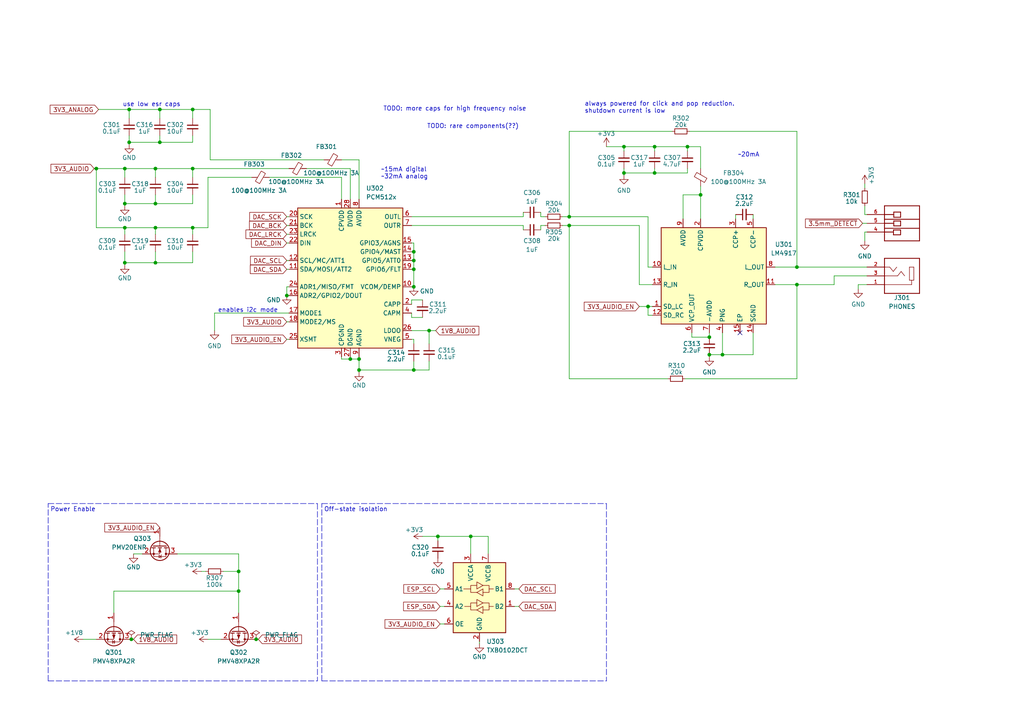
<source format=kicad_sch>
(kicad_sch (version 20211123) (generator eeschema)
  (paper "A4")
  (title_block (date "2022-09-04") (rev "1"))
  (lib_symbols
    (symbol "Audio:PCM5121PW"
      (property "Reference" "U" (at -13.97 21.59 0))
      (property "Value" "PCM5121PW" (at 10.16 21.59 0))
      (symbol "PCM5121PW_0_1"
        (rectangle (start -15.24 20.32) (end 15.24 -20.32) (stroke (width 0.254)) (fill (type background)))
      )
      (symbol "PCM5121PW_1_1"
        (pin power_in line (at -2.54 22.86 270) (length 2.54) (name "CPVDD") (number "1"))
        (pin bidirectional line (at 17.78 -2.54 180) (length 2.54) (name "VCOM/DEMP") (number "10"))
        (pin bidirectional line (at -17.78 2.54 0) (length 2.54) (name "SDA/MOSI/ATT2") (number "11"))
        (pin input line (at -17.78 5.08 0) (length 2.54) (name "SCL/MC/ATT1") (number "12"))
        (pin bidirectional line (at 17.78 5.08 180) (length 2.54) (name "GPIO5/ATT0") (number "13"))
        (pin bidirectional line (at 17.78 7.62 180) (length 2.54) (name "GPIO4/MAST") (number "14"))
        (pin bidirectional line (at 17.78 10.16 180) (length 2.54) (name "GPIO3/AGNS") (number "15"))
        (pin bidirectional line (at -17.78 -5.08 0) (length 2.54) (name "ADR2/GPIO2/DOUT") (number "16"))
        (pin input line (at -17.78 -10.16 0) (length 2.54) (name "MODE1") (number "17"))
        (pin input line (at -17.78 -12.7 0) (length 2.54) (name "MODE2/MS") (number "18"))
        (pin bidirectional line (at 17.78 2.54 180) (length 2.54) (name "GPIO6/FLT") (number "19"))
        (pin passive line (at 17.78 -7.62 180) (length 2.54) (name "CAPP") (number "2"))
        (pin input line (at -17.78 17.78 0) (length 2.54) (name "SCK") (number "20"))
        (pin bidirectional line (at -17.78 15.24 0) (length 2.54) (name "BCK") (number "21"))
        (pin input line (at -17.78 10.16 0) (length 2.54) (name "DIN") (number "22"))
        (pin bidirectional line (at -17.78 12.7 0) (length 2.54) (name "LRCK") (number "23"))
        (pin bidirectional line (at -17.78 -2.54 0) (length 2.54) (name "ADR1/MISO/FMT") (number "24"))
        (pin input line (at -17.78 -17.78 0) (length 2.54) (name "XSMT") (number "25"))
        (pin passive line (at 17.78 -15.24 180) (length 2.54) (name "LDOO") (number "26"))
        (pin power_in line (at 0 -22.86 90) (length 2.54) (name "DGND") (number "27"))
        (pin power_in line (at 0 22.86 270) (length 2.54) (name "DVDD") (number "28"))
        (pin power_in line (at -2.54 -22.86 90) (length 2.54) (name "CPGND") (number "3"))
        (pin passive line (at 17.78 -10.16 180) (length 2.54) (name "CAPM") (number "4"))
        (pin passive line (at 17.78 -17.78 180) (length 2.54) (name "VNEG") (number "5"))
        (pin output line (at 17.78 17.78 180) (length 2.54) (name "OUTL") (number "6"))
        (pin output line (at 17.78 15.24 180) (length 2.54) (name "OUTR") (number "7"))
        (pin power_in line (at 2.54 22.86 270) (length 2.54) (name "AVDD") (number "8"))
        (pin power_in line (at 2.54 -22.86 90) (length 2.54) (name "AGND") (number "9"))
      )
    )
    (symbol "Device:C_Small" (pin_numbers hide) (pin_names (offset 0.254) hide)
      (property "Reference" "C" (at 0.254 1.778 0))
      (property "Value" "C_Small" (at 0.254 -2.032 0))
      (symbol "C_Small_0_1"
        (polyline (pts (xy -1.524 -0.508) (xy 1.524 -0.508)) (stroke (width 0.3302)))
        (polyline (pts (xy -1.524 0.508) (xy 1.524 0.508)) (stroke (width 0.3048)))
      )
      (symbol "C_Small_1_1"
        (pin passive line (at 0 2.54 270) (length 2.032) (name "~") (number "1"))
        (pin passive line (at 0 -2.54 90) (length 2.032) (name "~") (number "2"))
      )
    )
    (symbol "Device:Ferrite_Bead_Small" (pin_numbers hide) (pin_names (offset 0))
      (property "Reference" "FB" (at 1.905 1.27 0))
      (property "Value" "Device_Ferrite_Bead_Small" (at 1.905 -1.27 0))
      (symbol "Ferrite_Bead_Small_0_1"
        (polyline (pts (xy 0 -1.27) (xy 0 -0.7874)))
        (polyline (pts (xy 0 0.889) (xy 0 1.2954)))
        (polyline (pts (xy -1.8288 0.2794) (xy -1.1176 1.4986) (xy 1.8288 -0.2032) (xy 1.1176 -1.4224) (xy -1.8288 0.2794)))
      )
      (symbol "Ferrite_Bead_Small_1_1"
        (pin passive line (at 0 2.54 270) (length 1.27) (name "~") (number "1"))
        (pin passive line (at 0 -2.54 90) (length 1.27) (name "~") (number "2"))
      )
    )
    (symbol "Device:Q_NMOS_GSD" (pin_names (offset 0) hide)
      (property "Reference" "Q" (at 5.08 1.27 0))
      (property "Value" "Q_NMOS_GSD" (at 5.08 -1.27 0))
      (symbol "Q_NMOS_GSD_0_1"
        (polyline (pts (xy 0.254 0) (xy -2.54 0)))
        (polyline (pts (xy 0.254 1.905) (xy 0.254 -1.905)) (stroke (width 0.254)))
        (polyline (pts (xy 0.762 -1.27) (xy 0.762 -2.286)) (stroke (width 0.254)))
        (polyline (pts (xy 0.762 0.508) (xy 0.762 -0.508)) (stroke (width 0.254)))
        (polyline (pts (xy 0.762 2.286) (xy 0.762 1.27)) (stroke (width 0.254)))
        (polyline (pts (xy 2.54 2.54) (xy 2.54 1.778)))
        (polyline (pts (xy 2.54 -2.54) (xy 2.54 0) (xy 0.762 0)))
        (polyline (pts (xy 0.762 -1.778) (xy 3.302 -1.778) (xy 3.302 1.778) (xy 0.762 1.778)))
        (polyline (pts (xy 1.016 0) (xy 2.032 0.381) (xy 2.032 -0.381) (xy 1.016 0)) (fill (type outline)))
        (polyline (pts (xy 2.794 0.508) (xy 2.921 0.381) (xy 3.683 0.381) (xy 3.81 0.254)))
        (polyline (pts (xy 3.302 0.381) (xy 2.921 -0.254) (xy 3.683 -0.254) (xy 3.302 0.381)))
        (circle (center 1.651 0) (radius 2.794) (stroke (width 0.254)))
        (circle (center 2.54 -1.778) (radius 0.254) (fill (type outline)))
        (circle (center 2.54 1.778) (radius 0.254) (fill (type outline)))
      )
      (symbol "Q_NMOS_GSD_1_1"
        (pin input line (at -5.08 0 0) (length 2.54) (name "G") (number "1"))
        (pin passive line (at 2.54 -5.08 90) (length 2.54) (name "S") (number "2"))
        (pin passive line (at 2.54 5.08 270) (length 2.54) (name "D") (number "3"))
      )
    )
    (symbol "Device:Q_PMOS_GSD" (pin_names (offset 0) hide)
      (property "Reference" "Q" (at 5.08 1.27 0))
      (property "Value" "Q_PMOS_GSD" (at 5.08 -1.27 0))
      (symbol "Q_PMOS_GSD_0_1"
        (polyline (pts (xy 0.254 0) (xy -2.54 0)))
        (polyline (pts (xy 0.254 1.905) (xy 0.254 -1.905)) (stroke (width 0.254)))
        (polyline (pts (xy 0.762 -1.27) (xy 0.762 -2.286)) (stroke (width 0.254)))
        (polyline (pts (xy 0.762 0.508) (xy 0.762 -0.508)) (stroke (width 0.254)))
        (polyline (pts (xy 0.762 2.286) (xy 0.762 1.27)) (stroke (width 0.254)))
        (polyline (pts (xy 2.54 2.54) (xy 2.54 1.778)))
        (polyline (pts (xy 2.54 -2.54) (xy 2.54 0) (xy 0.762 0)))
        (polyline (pts (xy 0.762 1.778) (xy 3.302 1.778) (xy 3.302 -1.778) (xy 0.762 -1.778)))
        (polyline (pts (xy 2.286 0) (xy 1.27 0.381) (xy 1.27 -0.381) (xy 2.286 0)) (fill (type outline)))
        (polyline (pts (xy 2.794 -0.508) (xy 2.921 -0.381) (xy 3.683 -0.381) (xy 3.81 -0.254)))
        (polyline (pts (xy 3.302 -0.381) (xy 2.921 0.254) (xy 3.683 0.254) (xy 3.302 -0.381)))
        (circle (center 1.651 0) (radius 2.794) (stroke (width 0.254)))
        (circle (center 2.54 -1.778) (radius 0.254) (fill (type outline)))
        (circle (center 2.54 1.778) (radius 0.254) (fill (type outline)))
      )
      (symbol "Q_PMOS_GSD_1_1"
        (pin input line (at -5.08 0 0) (length 2.54) (name "G") (number "1"))
        (pin passive line (at 2.54 -5.08 90) (length 2.54) (name "S") (number "2"))
        (pin passive line (at 2.54 5.08 270) (length 2.54) (name "D") (number "3"))
      )
    )
    (symbol "Device:R_Small" (pin_numbers hide) (pin_names (offset 0.254) hide)
      (property "Reference" "R" (at 0.762 0.508 0))
      (property "Value" "R_Small" (at 0.762 -1.016 0))
      (symbol "R_Small_0_1"
        (rectangle (start -0.762 1.778) (end 0.762 -1.778) (stroke (width 0.2032)))
      )
      (symbol "R_Small_1_1"
        (pin passive line (at 0 2.54 270) (length 0.762) (name "~") (number "1"))
        (pin passive line (at 0 -2.54 90) (length 0.762) (name "~") (number "2"))
      )
    )
    (symbol "Logic_LevelTranslator:TXB0102DCT"
      (property "Reference" "U" (at -6.35 11.43 0))
      (property "Value" "TXB0102DCT" (at 3.81 11.43 0))
      (symbol "TXB0102DCT_0_1"
        (rectangle (start -7.62 10.16) (end 7.62 -10.16) (stroke (width 0.254)) (fill (type background)))
        (polyline (pts (xy -2.54 -2.54) (xy -2.54 -1.524) (xy -0.762 -1.524)))
        (polyline (pts (xy -2.54 2.54) (xy -2.54 3.556) (xy -0.762 3.556)))
        (polyline (pts (xy 2.794 -2.54) (xy 2.794 -3.556) (xy 1.016 -3.556)))
        (polyline (pts (xy 2.794 2.54) (xy 2.794 1.524) (xy 1.016 1.524)))
        (polyline (pts (xy -0.762 -3.556) (xy -2.54 -3.556) (xy -2.54 -2.54) (xy -4.318 -2.54)))
        (polyline (pts (xy -0.762 -2.54) (xy -0.762 -0.508) (xy 1.016 -1.524) (xy -0.762 -2.54)) (fill (type background)))
        (polyline (pts (xy -0.762 1.524) (xy -2.54 1.524) (xy -2.54 2.54) (xy -4.572 2.54)))
        (polyline (pts (xy -0.762 2.54) (xy -0.762 4.572) (xy 1.016 3.556) (xy -0.762 2.54)))
        (polyline (pts (xy 1.016 -2.54) (xy 1.016 -4.572) (xy -0.762 -3.556) (xy 1.016 -2.54)))
        (polyline (pts (xy 1.016 -1.524) (xy 2.794 -1.524) (xy 2.794 -2.54) (xy 4.064 -2.54)))
        (polyline (pts (xy 1.016 3.556) (xy 2.794 3.556) (xy 2.794 2.54) (xy 4.064 2.54)))
        (polyline (pts (xy 1.016 2.54) (xy 1.016 0.762) (xy 1.016 0.508) (xy -0.762 1.524) (xy 1.016 2.54)))
      )
      (symbol "TXB0102DCT_1_1"
        (pin bidirectional line (at 10.16 -2.54 180) (length 2.54) (name "B2") (number "1"))
        (pin power_in line (at 0 -12.7 90) (length 2.54) (name "GND") (number "2"))
        (pin power_in line (at -2.54 12.7 270) (length 2.54) (name "VCCA") (number "3"))
        (pin bidirectional line (at -10.16 -2.54 0) (length 2.54) (name "A2") (number "4"))
        (pin bidirectional line (at -10.16 2.54 0) (length 2.54) (name "A1") (number "5"))
        (pin input line (at -10.16 -7.62 0) (length 2.54) (name "OE") (number "6"))
        (pin power_in line (at 2.54 12.7 270) (length 2.54) (name "VCCB") (number "7"))
        (pin bidirectional line (at 10.16 2.54 180) (length 2.54) (name "B1") (number "8"))
      )
    )
    (symbol "power:+1V8" (power) (pin_names (offset 0))
      (property "Value" "+1V8" (at 0 3.556 0))
      (symbol "+1V8_0_1"
        (polyline (pts (xy -0.762 1.27) (xy 0 2.54)))
        (polyline (pts (xy 0 0) (xy 0 2.54)))
        (polyline (pts (xy 0 2.54) (xy 0.762 1.27)))
      )
      (symbol "+1V8_1_1"
        (pin power_in line (at 0 0 90) (length 0) hide (name "+1V8") (number "1"))
      )
    )
    (symbol "power:+3V3" (power) (pin_names (offset 0))
      (property "Value" "+3V3" (at 0 3.556 0))
      (symbol "+3V3_0_1"
        (polyline (pts (xy -0.762 1.27) (xy 0 2.54)))
        (polyline (pts (xy 0 0) (xy 0 2.54)))
        (polyline (pts (xy 0 2.54) (xy 0.762 1.27)))
      )
      (symbol "+3V3_1_1"
        (pin power_in line (at 0 0 90) (length 0) hide (name "+3V3") (number "1"))
      )
    )
    (symbol "power:GND" (power) (pin_names (offset 0))
      (property "Value" "GND" (at 0 -3.81 0))
      (symbol "GND_0_1"
        (polyline (pts (xy 0 0) (xy 0 -1.27) (xy 1.27 -1.27) (xy 0 -2.54) (xy -1.27 -1.27) (xy 0 -1.27)))
      )
      (symbol "GND_1_1"
        (pin power_in line (at 0 0 270) (length 0) hide (name "GND") (number "1"))
      )
    )
    (symbol "power:PWR_FLAG" (power) (pin_numbers hide) (pin_names (offset 0) hide)
      (property "Value" "PWR_FLAG" (at 0 3.81 0))
      (symbol "PWR_FLAG_0_0"
        (pin power_out line (at 0 0 90) (length 0) (name "pwr") (number "1"))
      )
      (symbol "PWR_FLAG_0_1"
        (polyline (pts (xy 0 0) (xy 0 1.27) (xy -1.016 1.905) (xy 0 2.54) (xy 1.016 1.905) (xy 0 1.27)))
      )
    )
    (symbol "symbols:LM4917"
      (property "Reference" "U" (at 0 0 0))
      (property "Value" "LM4917" (at 0 0 0))
      (symbol "LM4917_0_0"
        (pin input line (at -17.78 -2.54 0) (length 2.54) (name "R_IN") (number "13"))
        (pin power_in line (at 11.43 -16.51 90) (length 2.54) (name "SGND") (number "14"))
        (pin power_in line (at 7.62 -16.51 90) (length 2.54) (name "EP") (number "15"))
        (pin passive line (at 6.35 16.51 270) (length 2.54) (name "CCP+") (number "3"))
      )
      (symbol "LM4917_0_1"
        (rectangle (start -15.24 13.97) (end 15.24 -13.97) (stroke (width 0.254)) (fill (type background)))
      )
      (symbol "LM4917_1_1"
        (pin input line (at -17.78 -8.89 0) (length 2.54) (name "SD_LC") (number "1"))
        (pin input line (at -17.78 2.54 0) (length 2.54) (name "L_IN") (number "10"))
        (pin output line (at 17.78 -2.54 180) (length 2.54) (name "R_OUT") (number "11"))
        (pin input line (at -17.78 -11.43 0) (length 2.54) (name "SD_RC") (number "12"))
        (pin power_in line (at -3.81 16.51 270) (length 2.54) (name "CPVDD") (number "2"))
        (pin power_in line (at 2.54 -16.51 90) (length 2.54) (name "PNG") (number "4"))
        (pin passive line (at 11.43 16.51 270) (length 2.54) (name "CCP-") (number "5"))
        (pin power_in line (at -6.35 -16.51 90) (length 2.54) (name "VCP_OUT") (number "6"))
        (pin power_in line (at -1.27 -16.51 90) (length 2.54) (name "-AVDD") (number "7"))
        (pin output line (at 17.78 2.54 180) (length 2.54) (name "L_OUT") (number "8"))
        (pin power_in line (at -8.89 16.51 270) (length 2.54) (name "AVDD") (number "9"))
      )
    )
    (symbol "symbols:SJ-3566AN" (pin_names (offset 1.016) hide)
      (property "Reference" "J301" (at 0 6.35 0))
      (property "Value" "PHONES" (at 0 8.89 0))
      (symbol "SJ-3566AN_0_0"
        (polyline (pts (xy -5.1054 -13.7922) (xy 5.0038 -13.7922)) (stroke (width 0.254)))
        (polyline (pts (xy -5.08 -20.32) (xy 5.08 -20.32)) (stroke (width 0.254)))
        (polyline (pts (xy -5.08 -10.16) (xy -5.08 -20.32)) (stroke (width 0.254)))
        (polyline (pts (xy -5.08 -5.08) (xy 5.08 -5.08)) (stroke (width 0.254)))
        (polyline (pts (xy -5.08 5.08) (xy -5.08 -5.08)) (stroke (width 0.254)))
        (polyline (pts (xy -3.429 -2.54) (xy -2.159 -2.54)) (stroke (width 0.1524)))
        (polyline (pts (xy -3.429 1.27) (xy -3.429 -2.54)) (stroke (width 0.1524)))
        (polyline (pts (xy -2.794 1.27) (xy -3.429 1.27)) (stroke (width 0.1524)))
        (polyline (pts (xy -2.794 1.27) (xy -2.794 2.54)) (stroke (width 0.1524)))
        (polyline (pts (xy -2.794 2.54) (xy 5.08 2.54)) (stroke (width 0.1524)))
        (polyline (pts (xy -2.159 -2.54) (xy -2.159 1.27)) (stroke (width 0.1524)))
        (polyline (pts (xy -2.159 1.27) (xy -2.794 1.27)) (stroke (width 0.1524)))
        (polyline (pts (xy 0.254 -1.27) (xy -0.762 0)) (stroke (width 0.1524)))
        (polyline (pts (xy 0.4064 -18.4912) (xy 0.4064 -16.9926)) (stroke (width 0.254)))
        (polyline (pts (xy 0.4064 -16.9926) (xy 2.3876 -16.9926)) (stroke (width 0.254)))
        (polyline (pts (xy 0.4064 -15.9004) (xy 0.4064 -14.5034)) (stroke (width 0.254)))
        (polyline (pts (xy 0.4064 -14.5034) (xy 2.3876 -14.5034)) (stroke (width 0.254)))
        (polyline (pts (xy 0.4064 -11.9126) (xy 0.4064 -13.3096)) (stroke (width 0.254)))
        (polyline (pts (xy 0.508 -13.3096) (xy 2.4892 -13.3096)) (stroke (width 0.254)))
        (polyline (pts (xy 1.27 0) (xy 0.254 -1.27)) (stroke (width 0.1524)))
        (polyline (pts (xy 1.524 -2.54) (xy 2.54 -1.27)) (stroke (width 0.1524)))
        (polyline (pts (xy 2.3876 -18.4912) (xy 0.4064 -18.4912)) (stroke (width 0.254)))
        (polyline (pts (xy 2.3876 -16.9926) (xy 2.3876 -18.4912)) (stroke (width 0.254)))
        (polyline (pts (xy 2.3876 -15.9004) (xy 0.4064 -15.9004)) (stroke (width 0.254)))
        (polyline (pts (xy 2.3876 -14.5034) (xy 2.3876 -15.9004)) (stroke (width 0.254)))
        (polyline (pts (xy 2.4892 -13.3096) (xy 2.4892 -11.9126)) (stroke (width 0.254)))
        (polyline (pts (xy 2.4892 -11.9126) (xy 0.508 -11.9126)) (stroke (width 0.254)))
        (polyline (pts (xy 2.54 -1.27) (xy 3.556 -2.54)) (stroke (width 0.1524)))
        (polyline (pts (xy 5.08 -20.32) (xy 5.08 -17.78)) (stroke (width 0.254)))
        (polyline (pts (xy 5.08 -17.78) (xy 2.54 -17.78)) (stroke (width 0.254)))
        (polyline (pts (xy 5.08 -17.78) (xy 5.08 -15.24)) (stroke (width 0.254)))
        (polyline (pts (xy 5.08 -15.24) (xy 2.54 -15.24)) (stroke (width 0.254)))
        (polyline (pts (xy 5.08 -15.24) (xy 5.08 -12.7)) (stroke (width 0.254)))
        (polyline (pts (xy 5.08 -12.7) (xy 2.54 -12.7)) (stroke (width 0.254)))
        (polyline (pts (xy 5.08 -12.7) (xy 5.08 -10.16)) (stroke (width 0.254)))
        (polyline (pts (xy 5.08 -10.16) (xy -5.08 -10.16)) (stroke (width 0.254)))
        (polyline (pts (xy 5.08 -5.08) (xy 5.08 -2.54)) (stroke (width 0.254)))
        (polyline (pts (xy 5.08 -2.54) (xy 3.556 -2.54)) (stroke (width 0.1524)))
        (polyline (pts (xy 5.08 -2.54) (xy 5.08 0)) (stroke (width 0.254)))
        (polyline (pts (xy 5.08 0) (xy 1.27 0)) (stroke (width 0.1524)))
        (polyline (pts (xy 5.08 0) (xy 5.08 2.54)) (stroke (width 0.254)))
        (polyline (pts (xy 5.08 2.54) (xy 5.08 5.08)) (stroke (width 0.254)))
        (polyline (pts (xy 5.08 5.08) (xy -5.08 5.08)) (stroke (width 0.254)))
        (polyline (pts (xy 5.1054 -16.4084) (xy -5.1054 -16.4084)) (stroke (width 0.254)))
        (pin passive line (at 10.16 2.54 180) (length 5.08) (name "~") (number "1"))
        (pin passive line (at 10.16 -2.54 180) (length 5.08) (name "~") (number "2"))
        (pin passive line (at 10.16 0 180) (length 5.08) (name "~") (number "3"))
        (pin passive line (at 10.16 -12.7 180) (length 5.08) (name "~") (number "4"))
        (pin passive line (at 10.16 -15.24 180) (length 5.08) (name "~") (number "5"))
        (pin passive line (at 10.16 -17.78 180) (length 5.08) (name "~") (number "6"))
      )
    )
  )
  (junction (at 120.015 83.185))
  (junction (at 55.88 66.04))
  (junction (at 120.015 75.565))
  (junction (at 38.1 185.42))
  (junction (at 120.015 73.025))
  (junction (at 189.865 42.545))
  (junction (at 205.74 102.87))
  (junction (at 199.39 42.545))
  (junction (at 27.94 48.895))
  (junction (at 104.14 107.315))
  (junction (at 189.865 50.165))
  (junction (at 45.085 48.895))
  (junction (at 55.88 31.75))
  (junction (at 101.6 104.14))
  (junction (at 187.96 88.9))
  (junction (at 231.14 82.55))
  (junction (at 45.085 76.2))
  (junction (at 180.975 42.545))
  (junction (at 36.195 66.04))
  (junction (at 203.2 56.515))
  (junction (at 69.215 165.735))
  (junction (at 45.085 59.055))
  (junction (at 209.55 102.87))
  (junction (at 104.14 104.14))
  (junction (at 74.295 185.42))
  (junction (at 127 155.575))
  (junction (at 205.74 97.79))
  (junction (at 124.46 95.885))
  (junction (at 36.195 48.895))
  (junction (at 120.015 78.105))
  (junction (at 120.015 107.315))
  (junction (at 165.1 65.405))
  (junction (at 37.465 31.75))
  (junction (at 136.525 155.575))
  (junction (at 37.465 41.275))
  (junction (at 36.195 76.2))
  (junction (at 46.355 41.275))
  (junction (at 69.215 171.45))
  (junction (at 55.88 48.895))
  (junction (at 46.355 31.75))
  (junction (at 83.185 85.725))
  (junction (at 180.975 50.165))
  (junction (at 165.1 62.865))
  (junction (at 231.14 77.47))
  (junction (at 36.195 59.055))
  (junction (at 45.085 66.04))
  (no_connect (at -332.105 50.165))
  (no_connect (at 214.63 96.52))
  (no_connect (at 229.87 256.54))
  (polyline (pts (xy 13.97 197.485) (xy 13.97 146.05)))
  (wire (pts (xy 250.825 67.31) (xy 250.825 69.85)))
  (wire (pts (xy 38.735 160.655) (xy 41.275 160.655)))
  (wire (pts (xy 45.085 56.515) (xy 45.085 59.055)))
  (wire (pts (xy 187.96 62.865) (xy 187.96 77.47)))
  (wire (pts (xy 156.845 65.405) (xy 156.845 66.675)))
  (wire (pts (xy 119.38 86.995) (xy 119.38 88.265)))
  (wire (pts (xy 119.38 75.565) (xy 120.015 75.565)))
  (wire (pts (xy 55.88 39.37) (xy 55.88 41.275)))
  (wire (pts (xy 251.46 62.23) (xy 250.825 62.23)))
  (wire (pts (xy 101.6 104.14) (xy 104.14 104.14)))
  (wire (pts (xy 36.195 59.055) (xy 36.195 59.69)))
  (wire (pts (xy 251.46 67.31) (xy 250.825 67.31)))
  (wire (pts (xy 158.115 62.865) (xy 156.845 62.865)))
  (wire (pts (xy 231.14 82.55) (xy 231.14 109.855)))
  (wire (pts (xy 156.845 62.865) (xy 156.845 61.595)))
  (wire (pts (xy 151.765 65.405) (xy 151.765 66.675)))
  (wire (pts (xy 127.635 175.895) (xy 128.905 175.895)))
  (wire (pts (xy 231.14 109.855) (xy 198.755 109.855)))
  (wire (pts (xy 213.36 62.23) (xy 213.36 63.5)))
  (wire (pts (xy 224.79 82.55) (xy 231.14 82.55)))
  (wire (pts (xy 36.195 59.055) (xy 45.085 59.055)))
  (wire (pts (xy 36.195 51.435) (xy 36.195 48.895)))
  (wire (pts (xy 37.465 31.75) (xy 46.355 31.75)))
  (polyline (pts (xy 93.345 197.485) (xy 175.895 197.485)))
  (polyline (pts (xy 13.97 197.485) (xy 92.075 197.485)))
  (wire (pts (xy 45.085 48.895) (xy 55.88 48.895)))
  (wire (pts (xy 251.46 82.55) (xy 248.92 82.55)))
  (wire (pts (xy 180.975 50.165) (xy 180.975 50.8)))
  (wire (pts (xy 60.96 31.75) (xy 60.96 46.355)))
  (wire (pts (xy 124.46 107.315) (xy 120.015 107.315)))
  (wire (pts (xy 119.38 95.885) (xy 124.46 95.885)))
  (wire (pts (xy 165.1 38.1) (xy 194.945 38.1)))
  (wire (pts (xy 180.975 42.545) (xy 180.975 43.815)))
  (wire (pts (xy 199.39 42.545) (xy 203.2 42.545)))
  (wire (pts (xy 203.2 53.975) (xy 203.2 56.515)))
  (wire (pts (xy 28.575 31.75) (xy 37.465 31.75)))
  (wire (pts (xy 104.14 57.785) (xy 104.14 46.355)))
  (wire (pts (xy 24.13 185.42) (xy 27.94 185.42)))
  (wire (pts (xy 119.38 62.865) (xy 151.765 62.865)))
  (wire (pts (xy 189.865 42.545) (xy 189.865 43.815)))
  (wire (pts (xy 45.085 48.895) (xy 45.085 51.435)))
  (wire (pts (xy 83.185 93.345) (xy 83.82 93.345)))
  (wire (pts (xy 189.865 48.895) (xy 189.865 50.165)))
  (wire (pts (xy 37.465 41.275) (xy 46.355 41.275)))
  (wire (pts (xy 38.735 185.42) (xy 38.1 185.42)))
  (wire (pts (xy 218.44 96.52) (xy 218.44 102.87)))
  (wire (pts (xy 127.635 180.975) (xy 128.905 180.975)))
  (wire (pts (xy 185.42 65.405) (xy 165.1 65.405)))
  (wire (pts (xy 83.185 62.865) (xy 83.82 62.865)))
  (wire (pts (xy 150.495 170.815) (xy 149.225 170.815)))
  (wire (pts (xy 99.06 104.14) (xy 101.6 104.14)))
  (wire (pts (xy 45.085 66.04) (xy 45.085 67.945)))
  (wire (pts (xy 120.015 70.485) (xy 120.015 73.025)))
  (wire (pts (xy 241.935 82.55) (xy 241.935 80.01)))
  (wire (pts (xy 27.305 48.895) (xy 27.94 48.895)))
  (wire (pts (xy 83.82 48.895) (xy 55.88 48.895)))
  (wire (pts (xy 187.96 88.9) (xy 187.96 91.44)))
  (polyline (pts (xy 13.97 146.05) (xy 92.075 146.05)))
  (wire (pts (xy 83.185 83.185) (xy 83.185 85.725)))
  (wire (pts (xy 55.88 56.515) (xy 55.88 59.055)))
  (wire (pts (xy 45.085 73.025) (xy 45.085 76.2)))
  (wire (pts (xy 122.555 92.075) (xy 119.38 92.075)))
  (wire (pts (xy 165.1 62.865) (xy 163.195 62.865)))
  (wire (pts (xy 119.38 73.025) (xy 120.015 73.025)))
  (polyline (pts (xy 92.075 146.05) (xy 92.075 197.485)))
  (wire (pts (xy 46.355 31.75) (xy 55.88 31.75)))
  (wire (pts (xy 127 156.845) (xy 127 155.575)))
  (wire (pts (xy 158.115 65.405) (xy 156.845 65.405)))
  (wire (pts (xy 185.42 65.405) (xy 185.42 82.55)))
  (wire (pts (xy 124.46 104.775) (xy 124.46 107.315)))
  (wire (pts (xy 46.355 31.75) (xy 46.355 34.29)))
  (wire (pts (xy 64.77 165.735) (xy 69.215 165.735)))
  (wire (pts (xy 83.185 83.185) (xy 83.82 83.185)))
  (wire (pts (xy 175.895 42.545) (xy 180.975 42.545)))
  (wire (pts (xy 120.015 78.105) (xy 120.015 83.185)))
  (wire (pts (xy 55.88 73.025) (xy 55.88 76.2)))
  (wire (pts (xy 36.195 73.025) (xy 36.195 76.2)))
  (polyline (pts (xy 175.895 146.05) (xy 175.895 197.485)))
  (wire (pts (xy 27.94 48.895) (xy 27.94 66.04)))
  (wire (pts (xy 55.88 67.945) (xy 55.88 66.04)))
  (wire (pts (xy 189.865 42.545) (xy 199.39 42.545)))
  (wire (pts (xy 141.605 155.575) (xy 141.605 160.655)))
  (wire (pts (xy 55.88 34.29) (xy 55.88 31.75)))
  (wire (pts (xy 250.825 53.34) (xy 250.825 54.61)))
  (wire (pts (xy 74.93 185.42) (xy 74.295 185.42)))
  (wire (pts (xy 199.39 50.165) (xy 199.39 48.895)))
  (wire (pts (xy 120.015 104.775) (xy 120.015 107.315)))
  (wire (pts (xy 45.085 59.055) (xy 55.88 59.055)))
  (wire (pts (xy 119.38 98.425) (xy 120.015 98.425)))
  (wire (pts (xy 165.1 62.865) (xy 165.1 38.1)))
  (wire (pts (xy 136.525 155.575) (xy 141.605 155.575)))
  (wire (pts (xy 37.465 34.29) (xy 37.465 31.75)))
  (wire (pts (xy 165.1 109.855) (xy 165.1 65.405)))
  (wire (pts (xy 231.14 82.55) (xy 241.935 82.55)))
  (wire (pts (xy 33.02 171.45) (xy 69.215 171.45)))
  (wire (pts (xy 55.88 51.435) (xy 55.88 48.895)))
  (wire (pts (xy 209.55 102.87) (xy 205.74 102.87)))
  (wire (pts (xy 36.195 76.2) (xy 36.195 76.835)))
  (wire (pts (xy 224.79 77.47) (xy 231.14 77.47)))
  (wire (pts (xy 203.2 42.545) (xy 203.2 48.895)))
  (wire (pts (xy 36.195 56.515) (xy 36.195 59.055)))
  (wire (pts (xy 165.1 65.405) (xy 163.195 65.405)))
  (wire (pts (xy 180.975 50.165) (xy 189.865 50.165)))
  (polyline (pts (xy 93.345 197.485) (xy 93.345 146.05)))
  (wire (pts (xy 58.42 165.735) (xy 59.69 165.735)))
  (wire (pts (xy 83.185 67.945) (xy 83.82 67.945)))
  (wire (pts (xy 60.325 66.04) (xy 60.325 51.435)))
  (wire (pts (xy 120.015 107.315) (xy 104.14 107.315)))
  (wire (pts (xy 62.23 90.805) (xy 62.23 95.885)))
  (wire (pts (xy 187.96 91.44) (xy 189.23 91.44)))
  (wire (pts (xy 248.92 82.55) (xy 248.92 83.82)))
  (wire (pts (xy 119.38 92.075) (xy 119.38 90.805)))
  (wire (pts (xy 36.195 66.04) (xy 45.085 66.04)))
  (wire (pts (xy 83.185 78.105) (xy 83.82 78.105)))
  (wire (pts (xy 45.085 66.04) (xy 55.88 66.04)))
  (wire (pts (xy 200.66 96.52) (xy 200.66 97.79)))
  (wire (pts (xy 205.74 103.505) (xy 205.74 102.87)))
  (wire (pts (xy 46.355 39.37) (xy 46.355 41.275)))
  (wire (pts (xy 120.015 83.185) (xy 119.38 83.185)))
  (wire (pts (xy 83.185 98.425) (xy 83.82 98.425)))
  (wire (pts (xy 198.12 63.5) (xy 198.12 56.515)))
  (wire (pts (xy 218.44 62.23) (xy 218.44 63.5)))
  (wire (pts (xy 120.015 75.565) (xy 120.015 78.105)))
  (wire (pts (xy 231.14 77.47) (xy 251.46 77.47)))
  (wire (pts (xy 101.6 57.785) (xy 101.6 48.895)))
  (wire (pts (xy 99.06 51.435) (xy 99.06 57.785)))
  (wire (pts (xy 62.23 90.805) (xy 83.82 90.805)))
  (wire (pts (xy 209.55 96.52) (xy 209.55 102.87)))
  (wire (pts (xy 60.325 51.435) (xy 73.025 51.435)))
  (wire (pts (xy 139.065 186.69) (xy 139.065 186.055)))
  (wire (pts (xy 36.195 67.945) (xy 36.195 66.04)))
  (wire (pts (xy 51.435 160.655) (xy 69.215 160.655)))
  (wire (pts (xy 55.88 66.04) (xy 60.325 66.04)))
  (wire (pts (xy 209.55 102.87) (xy 218.44 102.87)))
  (wire (pts (xy 198.12 56.515) (xy 203.2 56.515)))
  (wire (pts (xy 187.96 88.9) (xy 189.23 88.9)))
  (wire (pts (xy 231.14 38.1) (xy 231.14 77.47)))
  (wire (pts (xy 78.105 51.435) (xy 99.06 51.435)))
  (wire (pts (xy 200.025 38.1) (xy 231.14 38.1)))
  (wire (pts (xy 250.19 64.77) (xy 251.46 64.77)))
  (wire (pts (xy 205.74 97.79) (xy 205.74 96.52)))
  (wire (pts (xy 104.14 104.14) (xy 104.14 107.315)))
  (wire (pts (xy 120.015 98.425) (xy 120.015 99.695)))
  (wire (pts (xy 36.195 76.2) (xy 45.085 76.2)))
  (wire (pts (xy 99.06 46.355) (xy 104.14 46.355)))
  (polyline (pts (xy 93.345 146.05) (xy 175.895 146.05)))
  (wire (pts (xy 122.555 155.575) (xy 127 155.575)))
  (wire (pts (xy 120.015 73.025) (xy 120.015 75.565)))
  (wire (pts (xy 83.185 75.565) (xy 83.82 75.565)))
  (wire (pts (xy 36.195 66.04) (xy 27.94 66.04)))
  (wire (pts (xy 69.215 160.655) (xy 69.215 165.735)))
  (wire (pts (xy 101.6 103.505) (xy 101.6 104.14)))
  (wire (pts (xy 119.38 70.485) (xy 120.015 70.485)))
  (wire (pts (xy 189.23 82.55) (xy 185.42 82.55)))
  (wire (pts (xy 187.96 77.47) (xy 189.23 77.47)))
  (wire (pts (xy 60.325 185.42) (xy 64.135 185.42)))
  (wire (pts (xy 199.39 42.545) (xy 199.39 43.815)))
  (wire (pts (xy 55.88 31.75) (xy 60.96 31.75)))
  (wire (pts (xy 124.46 99.695) (xy 124.46 95.885)))
  (wire (pts (xy 37.465 41.275) (xy 37.465 41.91)))
  (wire (pts (xy 126.365 95.885) (xy 124.46 95.885)))
  (wire (pts (xy 36.195 48.895) (xy 45.085 48.895)))
  (wire (pts (xy 83.185 85.725) (xy 83.82 85.725)))
  (wire (pts (xy 187.96 62.865) (xy 165.1 62.865)))
  (wire (pts (xy 119.38 78.105) (xy 120.015 78.105)))
  (wire (pts (xy 180.975 42.545) (xy 189.865 42.545)))
  (wire (pts (xy 60.96 46.355) (xy 93.98 46.355)))
  (wire (pts (xy 180.975 48.895) (xy 180.975 50.165)))
  (wire (pts (xy 203.2 56.515) (xy 203.2 63.5)))
  (wire (pts (xy 104.14 103.505) (xy 104.14 104.14)))
  (wire (pts (xy 119.38 65.405) (xy 151.765 65.405)))
  (wire (pts (xy 127 155.575) (xy 136.525 155.575)))
  (wire (pts (xy 99.06 103.505) (xy 99.06 104.14)))
  (wire (pts (xy 101.6 48.895) (xy 88.9 48.895)))
  (wire (pts (xy 200.66 97.79) (xy 205.74 97.79)))
  (wire (pts (xy 241.935 80.01) (xy 251.46 80.01)))
  (wire (pts (xy 189.865 50.165) (xy 199.39 50.165)))
  (wire (pts (xy 69.215 165.735) (xy 69.215 171.45)))
  (wire (pts (xy 83.185 65.405) (xy 83.82 65.405)))
  (wire (pts (xy 122.555 86.995) (xy 119.38 86.995)))
  (wire (pts (xy 151.765 62.865) (xy 151.765 61.595)))
  (wire (pts (xy 33.02 171.45) (xy 33.02 177.8)))
  (wire (pts (xy 104.14 107.315) (xy 104.14 107.95)))
  (wire (pts (xy 69.215 171.45) (xy 69.215 177.8)))
  (wire (pts (xy 250.825 62.23) (xy 250.825 59.69)))
  (wire (pts (xy 37.465 39.37) (xy 37.465 41.275)))
  (wire (pts (xy 150.495 175.895) (xy 149.225 175.895)))
  (wire (pts (xy 193.675 109.855) (xy 165.1 109.855)))
  (wire (pts (xy 185.42 88.9) (xy 187.96 88.9)))
  (wire (pts (xy 83.185 70.485) (xy 83.82 70.485)))
  (wire (pts (xy 46.355 41.275) (xy 55.88 41.275)))
  (wire (pts (xy 127.635 170.815) (xy 128.905 170.815)))
  (wire (pts (xy 27.94 48.895) (xy 36.195 48.895)))
  (wire (pts (xy 45.085 76.2) (xy 55.88 76.2)))
  (wire (pts (xy 136.525 155.575) (xy 136.525 160.655)))
  (text "~20mA" (at 213.995 45.72 0) (effects (font (size 1.27 1.27)) (justify left bottom)))
  (text "always powered for click and pop reduction.\nshutdown current is low" (at 169.545 33.02 0) (effects (font (size 1.27 1.27)) (justify left bottom)))
  (text "Power Enable" (at 14.605 148.59 0) (effects (font (size 1.27 1.27)) (justify left bottom)))
  (text "~15mA digital\n~32mA analog" (at 110.49 52.07 0) (effects (font (size 1.27 1.27)) (justify left bottom)))
  (text "TODO: more caps for high frequency noise" (at 111.125 32.385 0) (effects (font (size 1.27 1.27)) (justify left bottom)))
  (text "use low esr caps" (at 35.56 31.115 0) (effects (font (size 1.27 1.27)) (justify left bottom)))
  (text "Off-state isolation" (at 93.98 148.59 0) (effects (font (size 1.27 1.27)) (justify left bottom)))
  (text "enables i2c mode" (at 80.645 90.805 180) (effects (font (size 1.27 1.27)) (justify right bottom)))
  (text "TODO: rare components(??)" (at 123.825 37.465 0) (effects (font (size 1.27 1.27)) (justify left bottom)))
  (global_label "3V3_AUDIO_EN" (shape input) (at 185.42 88.9 180) (property "Intersheet References" "${INTERSHEET_REFS}" (effects hide)))
  (global_label "DAC_SDA" (shape input) (at 150.495 175.895 0) (property "Intersheet References" "${INTERSHEET_REFS}" (effects hide)))
  (global_label "3V3_AUDIO_EN" (shape input) (at 83.185 98.425 180) (property "Intersheet References" "${INTERSHEET_REFS}" (effects hide)))
  (global_label "3V3_AUDIO" (shape input) (at 83.185 93.345 180) (property "Intersheet References" "${INTERSHEET_REFS}" (effects hide)))
  (global_label "DAC_SCL" (shape input) (at 83.185 75.565 180) (property "Intersheet References" "${INTERSHEET_REFS}" (effects hide)))
  (global_label "ESP_SDA" (shape input) (at 127.635 175.895 180) (property "Intersheet References" "${INTERSHEET_REFS}" (effects hide)))
  (global_label "1V8_AUDIO" (shape input) (at 126.365 95.885 0) (property "Intersheet References" "${INTERSHEET_REFS}" (effects hide)))
  (global_label "DAC_DIN" (shape input) (at 83.185 70.485 180) (property "Intersheet References" "${INTERSHEET_REFS}" (effects hide)))
  (global_label "DAC_BCK" (shape input) (at 83.185 65.405 180) (property "Intersheet References" "${INTERSHEET_REFS}" (effects hide)))
  (global_label "3V3_AUDIO" (shape input) (at 74.93 185.42 0) (property "Intersheet References" "${INTERSHEET_REFS}" (effects hide)))
  (global_label "3V3_AUDIO_EN" (shape input) (at 127.635 180.975 180) (property "Intersheet References" "${INTERSHEET_REFS}" (effects hide)))
  (global_label "DAC_SDA" (shape input) (at 83.185 78.105 180) (property "Intersheet References" "${INTERSHEET_REFS}" (effects hide)))
  (global_label "1V8_AUDIO" (shape input) (at 38.735 185.42 0) (property "Intersheet References" "${INTERSHEET_REFS}" (effects hide)))
  (global_label "DAC_SCL" (shape input) (at 150.495 170.815 0) (property "Intersheet References" "${INTERSHEET_REFS}" (effects hide)))
  (global_label "DAC_LRCK" (shape input) (at 83.185 67.945 180) (property "Intersheet References" "${INTERSHEET_REFS}" (effects hide)))
  (global_label "ESP_SCL" (shape input) (at 127.635 170.815 180) (property "Intersheet References" "${INTERSHEET_REFS}" (effects hide)))
  (global_label "DAC_SCK" (shape input) (at 83.185 62.865 180) (property "Intersheet References" "${INTERSHEET_REFS}" (effects hide)))
  (global_label "3V3_AUDIO" (shape input) (at 27.305 48.895 180) (property "Intersheet References" "${INTERSHEET_REFS}" (effects hide)))
  (global_label "3V3_ANALOG" (shape input) (at 28.575 31.75 180) (property "Intersheet References" "${INTERSHEET_REFS}" (effects hide)))
  (global_label "3V3_AUDIO_EN" (shape input) (at 46.355 153.035 180) (property "Intersheet References" "${INTERSHEET_REFS}" (effects hide)))
  (global_label "~{3.5mm_DETECT}" (shape input) (at 250.19 64.77 180) (property "Intersheet References" "${INTERSHEET_REFS}" (effects hide)))
  (symbol (lib_id "power:PWR_FLAG") (at 74.295 185.42 0) (unit 1)
    (property "Reference" "#FLG0105" (effects hide))
    (property "Value" "PWR_FLAG" (at 76.835 184.1499 0) (effects (justify left)))
  )
  (symbol (lib_id "Device:C_Small") (at 55.88 36.83 0) (unit 1)
    (property "Reference" "C302" (at 50.8 36.195 0))
    (property "Value" "10uF" (at 50.8 38.1 0))
    (property "Footprint" "Capacitor_SMD:C_0805_2012Metric" (effects hide))
    (property "PN" "EMK212ABJ106KG-T" (effects hide))
  )
  (symbol (lib_id "power:GND") (at 104.14 107.95 0) (unit 1)
    (property "Reference" "#PWR0313" (effects hide))
    (property "Value" "GND" (at 104.14 111.76 0))
  )
  (symbol (lib_id "power:GND") (at 83.185 85.725 0) (unit 1)
    (property "Reference" "#PWR0310" (effects hide))
    (property "Value" "GND" (at 79.375 86.995 0))
  )
  (symbol (lib_id "Device:C_Small") (at 55.88 70.485 0) (unit 1)
    (property "Reference" "C310" (at 50.8 69.85 0))
    (property "Value" "10uF" (at 50.8 71.755 0))
    (property "Footprint" "Capacitor_SMD:C_0805_2012Metric" (effects hide))
    (property "PN" "EMK212ABJ106KG-T" (effects hide))
  )
  (symbol (lib_id "Device:C_Small") (at 124.46 102.235 0) (unit 1)
    (property "Reference" "C315" (at 129.54 101.6 0))
    (property "Value" "0.1uF" (at 129.54 103.505 0))
    (property "Footprint" "Capacitor_SMD:C_0805_2012Metric" (effects hide))
    (property "PN" "0805YD104KAT2A" (effects hide))
  )
  (symbol (lib_id "Device:C_Small") (at 122.555 89.535 0) (unit 1)
    (property "Reference" "C311" (at 127 88.265 0))
    (property "Value" "2.2uF" (at 127 90.17 0))
    (property "Footprint" "Capacitor_SMD:C_0805_2012Metric" (effects hide))
    (property "PN" "EMK212BJ225KGHT" (effects hide))
  )
  (symbol (lib_id "Device:R_Small") (at 196.215 109.855 90) (unit 1)
    (property "Reference" "R310" (at 196.215 106.045 90))
    (property "Value" "20k" (at 196.215 107.95 90))
    (property "Footprint" "Resistor_SMD:R_0603_1608Metric" (effects hide))
    (property "PN" "AC0603FR-0720KL" (effects hide))
  )
  (symbol (lib_id "power:GND") (at 38.735 160.655 0) (unit 1)
    (property "Reference" "#PWR0309" (effects hide))
    (property "Value" "GND" (at 38.735 164.465 0))
  )
  (symbol (lib_id "power:+1V8") (at 24.13 185.42 90) (unit 1)
    (property "Reference" "#PWR0316" (effects hide))
    (property "Value" "+1V8" (at 24.13 183.515 90) (effects (justify left)))
  )
  (symbol (lib_id "power:+3V3") (at 58.42 165.735 90) (unit 1)
    (property "Reference" "#PWR0314" (effects hide))
    (property "Value" "+3V3" (at 53.34 163.83 90) (effects (justify right)))
  )
  (symbol (lib_id "Device:R_Small") (at 160.655 62.865 90) (unit 1)
    (property "Reference" "R304" (at 160.655 59.055 90))
    (property "Value" "20k" (at 160.655 60.96 90))
    (property "Footprint" "Resistor_SMD:R_0603_1608Metric" (effects hide))
    (property "PN" "AC0603FR-0720KL" (effects hide))
  )
  (symbol (lib_id "power:GND") (at 36.195 76.835 0) (unit 1)
    (property "Reference" "#PWR0306" (effects hide))
    (property "Value" "GND" (at 36.195 80.645 0))
  )
  (symbol (lib_id "Device:Ferrite_Bead_Small") (at 75.565 51.435 90) (unit 1)
    (property "Reference" "FB303" (at 76.835 47.625 90) (effects (justify left)))
    (property "Value" "100@100MHz 3A" (at 83.185 55.245 90) (effects (justify left)))
    (property "Footprint" "Inductor_SMD:L_0603_1608Metric" (effects hide))
    (property "PN" "BLM18KG101TN1D" (effects hide))
  )
  (symbol (lib_id "Device:C_Small") (at 120.015 102.235 0) (unit 1)
    (property "Reference" "C314" (at 114.935 102.235 0))
    (property "Value" "2.2uF" (at 114.935 104.14 0))
    (property "Footprint" "Capacitor_SMD:C_0805_2012Metric" (effects hide))
    (property "PN" "EMK212BJ225KGHT" (effects hide))
  )
  (symbol (lib_id "power:+3V3") (at 122.555 155.575 90) (unit 1)
    (property "Reference" "#PWR0303" (effects hide))
    (property "Value" "+3V3" (at 117.475 153.67 90) (effects (justify right)))
  )
  (symbol (lib_id "Device:C_Small") (at 55.88 53.975 0) (unit 1)
    (property "Reference" "C304" (at 50.8 53.34 0))
    (property "Value" "10uF" (at 50.8 55.245 0))
    (property "Footprint" "Capacitor_SMD:C_0805_2012Metric" (effects hide))
    (property "PN" "EMK212ABJ106KG-T" (effects hide))
  )
  (symbol (lib_id "power:GND") (at 62.23 95.885 0) (unit 1)
    (property "Reference" "#PWR0311" (effects hide))
    (property "Value" "GND" (at 62.23 100.33 0))
  )
  (symbol (lib_id "Device:C_Small") (at 45.085 53.975 0) (unit 1)
    (property "Reference" "C318" (at 40.64 53.34 0))
    (property "Value" "1uF" (at 40.64 55.245 0))
    (property "Footprint" "Capacitor_SMD:C_0805_2012Metric" (effects hide))
    (property "PN" "EMK212BJ105KG-T" (effects hide))
  )
  (symbol (lib_id "Device:Q_PMOS_GSD") (at 33.02 182.88 270) (unit 1)
    (property "Reference" "Q301" (at 33.02 189.23 90))
    (property "Value" "PMV48XPA2R" (at 33.02 191.77 90))
    (property "Footprint" "Package_TO_SOT_SMD:SOT-23" (effects hide))
    (property "PN" "PMV48XPA2R" (effects hide))
  )
  (symbol (lib_id "power:GND") (at 248.92 83.82 0) (unit 1)
    (property "Reference" "#PWR0308" (effects hide))
    (property "Value" "GND" (at 248.92 88.265 0))
  )
  (symbol (lib_id "power:+3V3") (at 175.895 42.545 0) (unit 1)
    (property "Reference" "#PWR?" (effects hide))
    (property "Value" "+3V3" (at 178.435 38.735 0) (effects (justify right)))
  )
  (symbol (lib_id "Device:C_Small") (at 46.355 36.83 0) (unit 1)
    (property "Reference" "C316" (at 41.91 36.195 0))
    (property "Value" "1uF" (at 41.91 38.1 0))
    (property "Footprint" "Capacitor_SMD:C_0805_2012Metric" (effects hide))
    (property "PN" "EMK212BJ105KG-T" (effects hide))
  )
  (symbol (lib_id "power:GND") (at 37.465 41.91 0) (unit 1)
    (property "Reference" "#PWR0301" (effects hide))
    (property "Value" "GND" (at 37.465 45.72 0))
  )
  (symbol (lib_id "power:GND") (at 120.015 83.185 0) (unit 1)
    (property "Reference" "#PWR0307" (effects hide))
    (property "Value" "GND" (at 123.825 84.455 0))
  )
  (symbol (lib_id "Device:C_Small") (at 199.39 46.355 0) (unit 1)
    (property "Reference" "C307" (at 194.945 45.72 0))
    (property "Value" "4.7uF" (at 194.945 47.625 0))
    (property "Footprint" "Capacitor_SMD:C_0805_2012Metric" (effects hide))
    (property "PN" "EMK212BJ475KD-T" (effects hide))
  )
  (symbol (lib_id "Device:C_Small") (at 180.975 46.355 0) (unit 1)
    (property "Reference" "C305" (at 175.895 45.72 0))
    (property "Value" "0.1uF" (at 175.895 47.625 0))
    (property "Footprint" "Capacitor_SMD:C_0805_2012Metric" (effects hide))
    (property "PN" "0805YD104KAT2A" (effects hide))
  )
  (symbol (lib_id "power:GND") (at 139.065 186.69 0) (unit 1)
    (property "Reference" "#PWR0315" (effects hide))
    (property "Value" "GND" (at 139.065 190.5 0))
  )
  (symbol (lib_id "Device:C_Small") (at 215.9 62.23 90) (unit 1)
    (property "Reference" "C312" (at 215.9 57.15 90))
    (property "Value" "2.2uF" (at 215.9 59.055 90))
    (property "Footprint" "Capacitor_SMD:C_0603_1608Metric" (effects hide))
    (property "PN" "0603" (effects hide))
  )
  (symbol (lib_id "Device:Ferrite_Bead_Small") (at 203.2 51.435 180) (unit 1)
    (property "Reference" "FB304" (at 215.9 50.165 0) (effects (justify left)))
    (property "Value" "100@100MHz 3A" (at 222.25 52.705 0) (effects (justify left)))
    (property "Footprint" "Inductor_SMD:L_0603_1608Metric" (effects hide))
    (property "PN" "BLM18KG101TN1D" (effects hide))
  )
  (symbol (lib_id "power:+3V3") (at 250.825 53.34 0) (unit 1)
    (property "Reference" "#PWR0302" (effects hide))
    (property "Value" "+3V3" (at 252.73 48.26 90) (effects (justify right)))
  )
  (symbol (lib_id "power:GND") (at 250.825 69.85 0) (unit 1)
    (property "Reference" "#PWR0305" (effects hide))
    (property "Value" "GND" (at 250.825 74.295 0))
  )
  (symbol (lib_id "power:GND") (at 205.74 103.505 0) (unit 1)
    (property "Reference" "#PWR0122" (effects hide))
    (property "Value" "GND" (at 205.74 107.95 0))
  )
  (symbol (lib_id "Device:R_Small") (at 250.825 57.15 180) (unit 1)
    (property "Reference" "R301" (at 247.015 56.515 0))
    (property "Value" "10k" (at 247.015 58.42 0))
    (property "Footprint" "Resistor_SMD:R_0603_1608Metric" (effects hide))
    (property "PN" "AC0603JR-0710KL" (effects hide))
  )
  (symbol (lib_id "symbols:SJ-3566AN") (at 261.62 80.01 180) (unit 1)
    (property "Reference" "J301" (at 261.62 86.36 0))
    (property "Value" "PHONES" (at 261.62 88.9 0))
    (property "Footprint" "footprints:CUI_SJ-3566AN" (effects hide))
    (property "PN" "SJ-3566AN" (effects hide))
  )
  (symbol (lib_id "Device:C_Small") (at 127 159.385 0) (unit 1)
    (property "Reference" "C320" (at 121.92 158.75 0))
    (property "Value" "0.1uF" (at 121.92 160.655 0))
    (property "Footprint" "Capacitor_SMD:C_0805_2012Metric" (effects hide))
    (property "PN" "0805YD104KAT2A" (effects hide))
  )
  (symbol (lib_id "Device:Q_NMOS_GSD") (at 46.355 158.115 270) (unit 1)
    (property "Reference" "Q303" (at 41.275 156.21 90))
    (property "Value" "PMV20ENR" (at 37.465 158.75 90))
    (property "Footprint" "Package_TO_SOT_SMD:SOT-23" (effects hide))
    (property "PN" "PMV20ENR" (effects hide))
  )
  (symbol (lib_id "Device:Q_PMOS_GSD") (at 69.215 182.88 270) (unit 1)
    (property "Reference" "Q302" (at 69.215 189.23 90))
    (property "Value" "PMV48XPA2R" (at 69.215 191.77 90))
    (property "Footprint" "Package_TO_SOT_SMD:SOT-23" (effects hide))
    (property "PN" "PMV48XPA2R" (effects hide))
  )
  (symbol (lib_id "power:GND") (at 180.975 50.8 0) (unit 1)
    (property "Reference" "#PWR0123" (effects hide))
    (property "Value" "GND" (at 180.975 55.245 0))
  )
  (symbol (lib_id "Device:C_Small") (at 154.305 66.675 90) (unit 1)
    (property "Reference" "C308" (at 154.305 69.85 90))
    (property "Value" "1uF" (at 154.305 72.39 90))
    (property "Footprint" "Diode_SMD:D_1206_3216Metric" (effects hide))
    (property "PN" "T491A105M016AT" (effects hide))
  )
  (symbol (lib_id "Device:Ferrite_Bead_Small") (at 86.36 48.895 90) (unit 1)
    (property "Reference" "FB302" (at 87.63 45.085 90) (effects (justify left)))
    (property "Value" "100@100MHz 3A" (at 93.98 52.705 90) (effects (justify left)))
    (property "Footprint" "Inductor_SMD:L_0603_1608Metric" (effects hide))
    (property "PN" "BLM18KG101TN1D" (effects hide))
  )
  (symbol (lib_id "power:GND") (at 36.195 59.69 0) (unit 1)
    (property "Reference" "#PWR0304" (effects hide))
    (property "Value" "GND" (at 36.195 63.5 0))
  )
  (symbol (lib_id "Device:C_Small") (at 36.195 70.485 0) (unit 1)
    (property "Reference" "C309" (at 31.115 69.85 0))
    (property "Value" "0.1uF" (at 31.115 71.755 0))
    (property "Footprint" "Capacitor_SMD:C_0805_2012Metric" (effects hide))
    (property "PN" "0805YD104KAT2A" (effects hide))
  )
  (symbol (lib_id "Device:C_Small") (at 154.305 61.595 90) (unit 1)
    (property "Reference" "C306" (at 154.305 55.88 90))
    (property "Value" "1uF" (at 154.305 58.42 90))
    (property "Footprint" "Diode_SMD:D_1206_3216Metric" (effects hide))
    (property "PN" "T491A105M016AT" (effects hide))
  )
  (symbol (lib_id "Device:R_Small") (at 62.23 165.735 90) (unit 1)
    (property "Reference" "R307" (at 62.23 167.64 90))
    (property "Value" "100k" (at 62.23 169.545 90))
    (property "Footprint" "Resistor_SMD:R_0603_1608Metric" (effects hide))
    (property "PN" "RC0603JR-10100KL" (effects hide))
  )
  (symbol (lib_id "Device:C_Small") (at 36.195 53.975 0) (unit 1)
    (property "Reference" "C303" (at 31.115 53.34 0))
    (property "Value" "0.1uF" (at 31.115 55.245 0))
    (property "Footprint" "Capacitor_SMD:C_0805_2012Metric" (effects hide))
    (property "PN" "0805YD104KAT2A" (effects hide))
  )
  (symbol (lib_id "Device:R_Small") (at 160.655 65.405 270) (unit 1)
    (property "Reference" "R305" (at 160.655 67.31 90))
    (property "Value" "20k" (at 160.655 69.215 90))
    (property "Footprint" "Resistor_SMD:R_0603_1608Metric" (effects hide))
    (property "PN" "AC0603FR-0720KL" (effects hide))
  )
  (symbol (lib_id "power:GND") (at 127 161.925 0) (unit 1)
    (property "Reference" "#PWR0312" (effects hide))
    (property "Value" "GND" (at 127 165.735 0))
  )
  (symbol (lib_id "symbols:LM4917") (at 207.01 80.01 0) (unit 1)
    (property "Reference" "U301" (at 227.33 70.8912 0))
    (property "Value" "LM4917" (at 227.33 73.4312 0))
    (property "Footprint" "footprints:SOIC-14" (effects hide))
    (property "PN" "LM4917SD" (effects hide))
  )
  (symbol (lib_id "Device:R_Small") (at 197.485 38.1 90) (unit 1)
    (property "Reference" "R302" (at 197.485 34.29 90))
    (property "Value" "20k" (at 197.485 36.195 90))
    (property "Footprint" "Resistor_SMD:R_0603_1608Metric" (effects hide))
    (property "PN" "AC0603FR-0720KL" (effects hide))
  )
  (symbol (lib_id "Audio:PCM5121PW") (at 101.6 80.645 0) (unit 1)
    (property "Reference" "U302" (at 106.1594 54.61 0) (effects (justify left)))
    (property "Value" "PCM512x" (at 106.1594 57.15 0) (effects (justify left)))
    (property "Footprint" "Package_SO:TSSOP-28_4.4x9.7mm_P0.65mm" (effects hide))
    (property "Datasheet" "http://www.ti.com/lit/ds/symlink/pcm5121.pdf" (effects hide))
    (property "PN" "PCM512x" (effects hide))
  )
  (symbol (lib_id "power:+3V3") (at 60.325 185.42 90) (unit 1)
    (property "Reference" "#PWR0317" (effects hide))
    (property "Value" "+3V3" (at 55.245 183.515 90) (effects (justify right)))
  )
  (symbol (lib_id "Logic_LevelTranslator:TXB0102DCT") (at 139.065 173.355 0) (unit 1)
    (property "Reference" "U303" (at 141.0844 186.055 0) (effects (justify left)))
    (property "Value" "TXB0102DCT" (at 141.0844 188.595 0) (effects (justify left)))
    (property "Footprint" "Package_SO:TSSOP-8_3x3mm_P0.65mm" (effects hide))
    (property "Datasheet" "http://www.ti.com/lit/ds/symlink/txb0102.pdf" (effects hide))
  )
  (symbol (lib_id "Device:C_Small") (at 189.865 46.355 0) (unit 1)
    (property "Reference" "C317" (at 185.42 45.72 0))
    (property "Value" "1uF" (at 185.42 47.625 0))
    (property "Footprint" "Capacitor_SMD:C_0805_2012Metric" (effects hide))
    (property "PN" "EMK212BJ105KG-T" (effects hide))
  )
  (symbol (lib_id "Device:C_Small") (at 205.74 100.33 180) (unit 1)
    (property "Reference" "C313" (at 200.66 99.695 0))
    (property "Value" "2.2uF" (at 200.66 101.6 0))
    (property "Footprint" "Capacitor_SMD:C_0805_2012Metric" (effects hide))
    (property "PN" "EMK212BJ225KGHT" (effects hide))
  )
  (symbol (lib_id "Device:C_Small") (at 37.465 36.83 0) (unit 1)
    (property "Reference" "C301" (at 32.385 36.195 0))
    (property "Value" "0.1uF" (at 32.385 38.1 0))
    (property "Footprint" "Capacitor_SMD:C_0805_2012Metric" (effects hide))
    (property "PN" "0805YD104KAT2A" (effects hide))
  )
  (symbol (lib_id "power:PWR_FLAG") (at 38.1 185.42 0) (unit 1)
    (property "Reference" "#FLG0104" (effects hide))
    (property "Value" "PWR_FLAG" (at 40.64 184.1499 0) (effects (justify left)))
  )
  (symbol (lib_id "Device:C_Small") (at 45.085 70.485 0) (unit 1)
    (property "Reference" "C319" (at 40.64 69.85 0))
    (property "Value" "1uF" (at 40.64 71.755 0))
    (property "Footprint" "Capacitor_SMD:C_0805_2012Metric" (effects hide))
    (property "PN" "EMK212BJ105KG-T" (effects hide))
  )
  (symbol (lib_id "Device:Ferrite_Bead_Small") (at 96.52 46.355 90) (unit 1)
    (property "Reference" "FB301" (at 97.79 42.545 90) (effects (justify left)))
    (property "Value" "100@100MHz 3A" (at 104.14 50.165 90) (effects (justify left)))
    (property "Footprint" "Inductor_SMD:L_0603_1608Metric" (effects hide))
    (property "PN" "BLM18KG101TN1D" (effects hide))
  )
)
</source>
